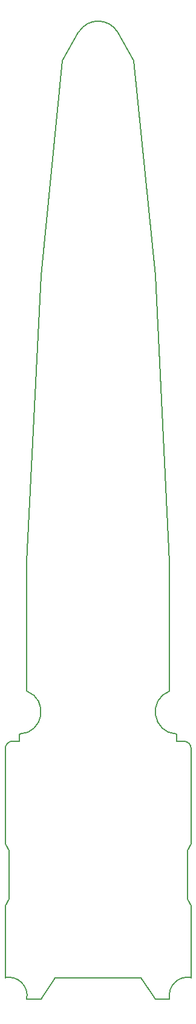
<source format=gbr>
G04 DipTrace 3.2.0.1*
G04 BoardOutline.gbr*
%MOIN*%
G04 #@! TF.FileFunction,Profile*
G04 #@! TF.Part,Single*
%ADD11C,0.005512*%
%FSLAX26Y26*%
G04*
G70*
G90*
G75*
G01*
G04 BoardOutline*
%LPD*%
X-472441Y866142D2*
D11*
G03X-511811Y826772I984J-40354D01*
G01*
Y606299D1*
Y397638D1*
Y303150D1*
X-492126Y263780D1*
Y0D1*
X-512318Y-39370D1*
X-511811Y-131890D1*
Y-340551D1*
Y-433071D1*
G02X-393701Y-551181I19439J-98671D01*
G01*
X-314961D1*
X-236220Y-433071D1*
X236220D1*
X314961Y-551181D1*
X393701D1*
G02X511811Y-433071I98671J19439D01*
G01*
Y-340551D1*
Y-127953D1*
Y-39370D1*
X492126Y0D1*
Y263780D1*
X511811Y303150D1*
Y397638D1*
Y606299D1*
Y826772D1*
G03X472441Y866142I-40354J-984D01*
G01*
X433071D1*
X431873Y905512D1*
G02X393701Y1141732I5163J122029D01*
G01*
Y1850394D1*
X314961Y3425197D1*
X196850Y4606299D1*
X106299Y4763780D1*
G03X-106299Y4763780I-106299J-66142D01*
G01*
X-196850Y4606299D1*
X-314961Y3425197D1*
X-393701Y1850394D1*
Y1141732D1*
G02X-433071Y905512I-43307J-114173D01*
G01*
Y866142D1*
X-472441D1*
M02*

</source>
